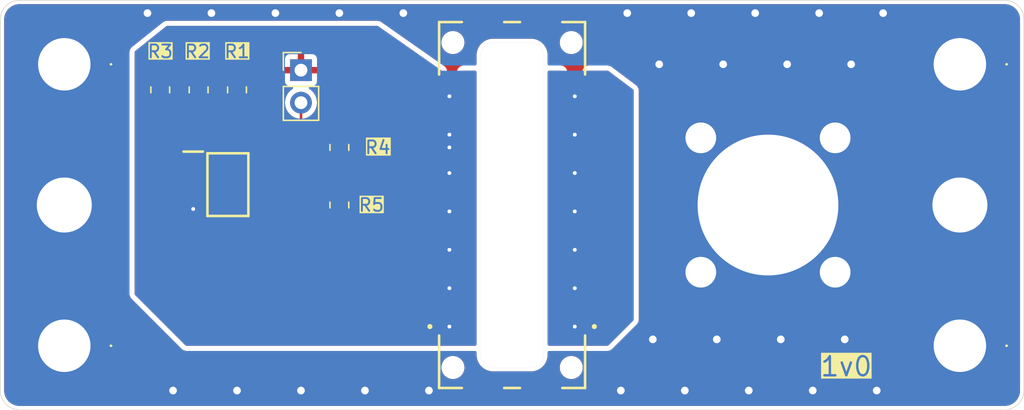
<source format=kicad_pcb>
(kicad_pcb (version 20241229) (generator "pcbnew") (generator_version "9.0")
  (layers (0 "F.Cu" signal) (2 "B.Cu" power) (13 "F.Paste" user) (15 "B.Paste" user) (5 "F.SilkS" user "F.Silkscreen") (7 "B.SilkS" user "B.Silkscreen") (1 "F.Mask" user) (3 "B.Mask" user) (25 "Edge.Cuts" user))
  (net 0 "")
  (net 1 "SCL")
  (net 4 "Vcc")
  (net 15 "SDA")
  (net 17 "GNDRF")
  (net 23 "Net-(EEPROM1-E1)")
  (net 24 "Net-(EEPROM1-~{WC})")
  (net 25 "GNDREF")
  (net 27 "Net-(EEPROM1-E2)")
  (net 29 "Net-(EEPROM1-E0)")
  (footprint "Resistor_SMD:R_0805_2012Metric_Pad1.20x1.40mm_HandSolder" (layer "F.Cu") (at 147 109 90)
    (property "Reference" "R2" (at 3 -0.1 180) (layer "F.SilkS" knockout))
    (property "Value" "0R0")
    (fp_line (start -0.227064 -0.735) (end 0.227064 -0.735) (stroke (width 0.12)) (layer "F.SilkS"))
    (fp_line (start -0.227064 0.735) (end 0.227064 0.735) (stroke (width 0.12)) (layer "F.SilkS"))
    (pad "1" smd roundrect (at -1 0 90) (size 1.2 1.4) (layers "F.Cu" "F.Mask" "F.Paste") (roundrect_rratio 0.208333) (net 23 "Net-(EEPROM1-E1)"))
    (pad "2" smd roundrect (at 1 0 90) (size 1.2 1.4) (layers "F.Cu" "F.Mask" "F.Paste") (roundrect_rratio 0.208333) (net 4 "Vcc"))
  )
  (footprint "ProjectModels:Double_SAMTEC_SAL1-120-01-XX-S-A" (layer "F.Cu") (at 171.5 118 -90)
    (property "Reference" "J1" (hide yes))
    (property "Value" "Double_SAL1-120-01-XX-S-A")
    (fp_line (start -14.3 5.705) (end -10.2 5.705) (stroke (width 0.2)) (layer "F.SilkS"))
    (fp_line (start 10.2 5.705) (end 14.3 5.705) (stroke (width 0.2)) (layer "F.SilkS"))
    (fp_line (start 14.3 5.705) (end 14.3 3.925) (stroke (width 0.2)) (layer "F.SilkS"))
    (fp_line (start -14.3 3.925) (end -14.3 5.705) (stroke (width 0.2)) (layer "F.SilkS"))
    (fp_line (start -14.3 0.62) (end -14.3 0) (stroke (width 0.2)) (layer "F.SilkS"))
    (fp_line (start 14.3 0) (end 14.3 0.62) (stroke (width 0.2)) (layer "F.SilkS"))
    (fp_line (start 14.3 0) (end 14.3 -0.62) (stroke (width 0.2)) (layer "F.SilkS"))
    (fp_line (start -14.3 -0.62) (end -14.3 0) (stroke (width 0.2)) (layer "F.SilkS"))
    (fp_line (start -14.3 -3.925) (end -14.3 -5.705) (stroke (width 0.2)) (layer "F.SilkS"))
    (fp_line (start -14.3 -5.705) (end -10.2 -5.705) (stroke (width 0.2)) (layer "F.SilkS"))
    (fp_line (start 10.2 -5.705) (end 14.3 -5.705) (stroke (width 0.2)) (layer "F.SilkS"))
    (fp_line (start 14.3 -5.705) (end 14.3 -3.925) (stroke (width 0.2)) (layer "F.SilkS"))
    (fp_circle (center 9.5 6.425) (end 9.6 6.425) (stroke (width 0.2)) (fill no) (layer "F.SilkS"))
    (fp_circle (center 9.5 -6.425) (end 9.6 -6.425) (stroke (width 0.2)) (fill no) (layer "F.SilkS"))
    (fp_line (start 11.7 2.475) (end -11.7 2.475) (stroke (width 0.01)) (layer "Edge.Cuts"))
    (fp_line (start -12.7 1.475) (end -12.7 -1.475) (stroke (width 0.01)) (layer "Edge.Cuts"))
    (fp_line (start 12.7 -1.475) (end 12.7 1.475) (stroke (width 0.01)) (layer "Edge.Cuts"))
    (fp_line (start -11.7 -2.475) (end 11.7 -2.475) (stroke (width 0.01)) (layer "Edge.Cuts"))
    (fp_arc (start -11.7 2.475) (mid -12.407107 2.182107) (end -12.7 1.475) (stroke (width 0.01)) (layer "Edge.Cuts"))
    (fp_arc (start 12.7 1.475) (mid 12.407107 2.182107) (end 11.7 2.475) (stroke (width 0.01)) (layer "Edge.Cuts"))
    (fp_arc (start -12.7 -1.475) (mid -12.407107 -2.182107) (end -11.7 -2.475) (stroke (width 0.01)) (layer "Edge.Cuts"))
    (fp_arc (start 11.7 -2.475) (mid 12.407107 -2.182107) (end 12.7 -1.475) (stroke (width 0.01)) (layer "Edge.Cuts"))
    (pad "" np_thru_hole circle (at -12.7 -4.625 270) (size 1.3 1.3) (drill 1.3) (layers "*.Cu" "*.Mask"))
    (pad "" np_thru_hole circle (at -12.7 4.625 270) (size 1.3 1.3) (drill 1.3) (layers "*.Cu" "*.Mask"))
    (pad "" np_thru_hole circle (at 12.7 -4.625 270) (size 1.3 1.3) (drill 1.3) (layers "*.Cu" "*.Mask"))
    (pad "" np_thru_hole circle (at 12.7 4.625 270) (size 1.3 1.3) (drill 1.3) (layers "*.Cu" "*.Mask"))
    (pad "1" smd rect (at -9.5 -4.9 270) (size 0.6 1.75) (layers "F.Cu" "F.Mask" "F.Paste") (net 4 "Vcc"))
    (pad "2" smd rect (at -9.5 4.9 270) (size 0.6 1.75) (layers "F.Cu" "F.Mask" "F.Paste") (net 4 "Vcc"))
    (pad "3" smd rect (at -8.5 -4.9 270) (size 0.6 1.75) (layers "F.Cu" "F.Mask" "F.Paste") (net 25 "GNDREF"))
    (pad "4" smd rect (at -8.5 4.9 270) (size 0.6 1.75) (layers "F.Cu" "F.Mask" "F.Paste") (net 25 "GNDREF"))
    (pad "5" smd rect (at -7.5 -4.9 270) (size 0.6 1.75) (layers "F.Cu" "F.Mask" "F.Paste"))
    (pad "6" smd rect (at -7.5 4.9 270) (size 0.6 1.75) (layers "F.Cu" "F.Mask" "F.Paste") (net 1 "SCL"))
    (pad "7" smd rect (at -6.5 -4.9 270) (size 0.6 1.75) (layers "F.Cu" "F.Mask" "F.Paste"))
    (pad "8" smd rect (at -6.5 4.9 270) (size 0.6 1.75) (layers "F.Cu" "F.Mask" "F.Paste") (net 15 "SDA"))
    (pad "9" smd rect (at -5.5 -4.9 270) (size 0.6 1.75) (layers "F.Cu" "F.Mask" "F.Paste") (net 25 "GNDREF"))
    (pad "10" smd rect (at -5.5 4.9 270) (size 0.6 1.75) (layers "F.Cu" "F.Mask" "F.Paste") (net 25 "GNDREF"))
    (pad "11" smd rect (at -4.5 -4.9 270) (size 0.6 1.75) (layers "F.Cu" "F.Mask" "F.Paste"))
    (pad "12" smd rect (at -4.5 4.9 270) (size 0.6 1.75) (layers "F.Cu" "F.Mask" "F.Paste") (net 25 "GNDREF"))
    (pad "13" smd rect (at -3.5 -4.9 270) (size 0.6 1.75) (layers "F.Cu" "F.Mask" "F.Paste"))
    (pad "14" smd rect (at -3.5 4.9 270) (size 0.6 1.75) (layers "F.Cu" "F.Mask" "F.Paste"))
    (pad "15" smd rect (at -2.5 -4.9 270) (size 0.6 1.75) (layers "F.Cu" "F.Mask" "F.Paste") (net 25 "GNDREF"))
    (pad "16" smd rect (at -2.5 4.9 270) (size 0.6 1.75) (layers "F.Cu" "F.Mask" "F.Paste") (net 25 "GNDREF"))
    (pad "17" smd rect (at -1.5 -4.9 270) (size 0.6 1.75) (layers "F.Cu" "F.Mask" "F.Paste"))
    (pad "18" smd rect (at -1.5 4.9 270) (size 0.6 1.75) (layers "F.Cu" "F.Mask" "F.Paste"))
    (pad "19" smd rect (at -0.5 -4.9 270) (size 0.6 1.75) (layers "F.Cu" "F.Mask" "F.Paste"))
    (pad "20" smd rect (at -0.5 4.9 270) (size 0.6 1.75) (layers "F.Cu" "F.Mask" "F.Paste"))
    (pad "21" smd rect (at 0.5 -4.9 270) (size 0.6 1.75) (layers "F.Cu" "F.Mask" "F.Paste") (net 25 "GNDREF"))
    (pad "22" smd rect (at 0.5 4.9 270) (size 0.6 1.75) (layers "F.Cu" "F.Mask" "F.Paste") (net 25 "GNDREF"))
    (pad "23" smd rect (at 1.5 -4.9 270) (size 0.6 1.75) (layers "F.Cu" "F.Mask" "F.Paste"))
    (pad "24" smd rect (at 1.5 4.9 270) (size 0.6 1.75) (layers "F.Cu" "F.Mask" "F.Paste"))
    (pad "25" smd rect (at 2.5 -4.9 270) (size 0.6 1.75) (layers "F.Cu" "F.Mask" "F.Paste"))
    (pad "26" smd rect (at 2.5 4.9 270) (size 0.6 1.75) (layers "F.Cu" "F.Mask" "F.Paste"))
    (pad "27" smd rect (at 3.5 -4.9 270) (size 0.6 1.75) (layers "F.Cu" "F.Mask" "F.Paste") (net 25 "GNDREF"))
    (pad "28" smd rect (at 3.5 4.9 270) (size 0.6 1.75) (layers "F.Cu" "F.Mask" "F.Paste") (net 25 "GNDREF"))
    (pad "29" smd rect (at 4.5 -4.9 270) (size 0.6 1.75) (layers "F.Cu" "F.Mask" "F.Paste"))
    (pad "30" smd rect (at 4.5 4.9 270) (size 0.6 1.75) (layers "F.Cu" "F.Mask" "F.Paste"))
    (pad "31" smd rect (at 5.5 -4.9 270) (size 0.6 1.75) (layers "F.Cu" "F.Mask" "F.Paste"))
    (pad "32" smd rect (at 5.5 4.9 270) (size 0.6 1.75) (layers "F.Cu" "F.Mask" "F.Paste"))
    (pad "33" smd rect (at 6.5 -4.9 270) (size 0.6 1.75) (layers "F.Cu" "F.Mask" "F.Paste") (net 25 "GNDREF"))
    (pad "34" smd rect (at 6.5 4.9 270) (size 0.6 1.75) (layers "F.Cu" "F.Mask" "F.Paste") (net 25 "GNDREF"))
    (pad "35" smd rect (at 7.5 -4.9 270) (size 0.6 1.75) (layers "F.Cu" "F.Mask" "F.Paste"))
    (pad "36" smd rect (at 7.5 4.9 270) (size 0.6 1.75) (layers "F.Cu" "F.Mask" "F.Paste"))
    (pad "37" smd rect (at 8.5 -4.9 270) (size 0.6 1.75) (layers "F.Cu" "F.Mask" "F.Paste"))
    (pad "38" smd rect (at 8.5 4.9 270) (size 0.6 1.75) (layers "F.Cu" "F.Mask" "F.Paste"))
    (pad "39" smd rect (at 9.5 -4.9 270) (size 0.6 1.75) (layers "F.Cu" "F.Mask" "F.Paste") (net 25 "GNDREF"))
    (pad "40" smd rect (at 9.5 4.9 270) (size 0.6 1.75) (layers "F.Cu" "F.Mask" "F.Paste") (net 25 "GNDREF"))
    (pad "S1" smd rect (at -13.94 -2.425 270) (size 1.72 2.2) (layers "F.Cu" "F.Mask" "F.Paste") (net 17 "GNDRF"))
    (pad "S2" smd rect (at 13.94 -2.425 270) (size 1.72 2.2) (layers "F.Cu" "F.Mask" "F.Paste") (net 17 "GNDRF"))
    (pad "S3" smd rect (at -13.94 2.425 270) (size 1.72 2.2) (layers "F.Cu" "F.Mask" "F.Paste") (net 17 "GNDRF"))
    (pad "S4" smd rect (at 13.94 2.425 270) (size 1.72 2.2) (layers "F.Cu" "F.Mask" "F.Paste") (net 17 "GNDRF"))
  )
  (footprint "Resistor_SMD:R_0805_2012Metric_Pad1.20x1.40mm_HandSolder" (layer "F.Cu") (at 158 118 -90)
    (property "Reference" "R5" (at 0 -2.5 180) (layer "F.SilkS" knockout))
    (property "Value" "10k0")
    (fp_line (start -0.227064 0.735) (end 0.227064 0.735) (stroke (width 0.12)) (layer "F.SilkS"))
    (fp_line (start -0.227064 -0.735) (end 0.227064 -0.735) (stroke (width 0.12)) (layer "F.SilkS"))
    (pad "1" smd roundrect (at -1 0 270) (size 1.2 1.4) (layers "F.Cu" "F.Mask" "F.Paste") (roundrect_rratio 0.208333) (net 15 "SDA"))
    (pad "2" smd roundrect (at 1 0 270) (size 1.2 1.4) (layers "F.Cu" "F.Mask" "F.Paste") (roundrect_rratio 0.208333) (net 4 "Vcc"))
  )
  (footprint "ProjectModels:SOIC8" (layer "F.Cu") (at 149.288 116.405)
    (property "Reference" "EEPROM1" (hide yes))
    (property "Value" "M24C01-RMN6P" (hide yes))
    (fp_line (start -3.475 -2.58) (end -1.95 -2.58) (stroke (width 0.2)) (layer "F.SilkS"))
    (fp_line (start -1.6 -2.45) (end 1.6 -2.45) (stroke (width 0.2)) (layer "F.SilkS"))
    (fp_line (start -1.6 2.45) (end -1.6 -2.45) (stroke (width 0.2)) (layer "F.SilkS"))
    (fp_line (start 1.6 -2.45) (end 1.6 2.45) (stroke (width 0.2)) (layer "F.SilkS"))
    (fp_line (start 1.6 2.45) (end -1.6 2.45) (stroke (width 0.2)) (layer "F.SilkS"))
    (pad "1" smd rect (at -2.712 -1.905 90) (size 0.65 1.525) (layers "F.Cu" "F.Mask" "F.Paste") (net 29 "Net-(EEPROM1-E0)"))
    (pad "2" smd rect (at -2.712 -0.635 90) (size 0.65 1.525) (layers "F.Cu" "F.Mask" "F.Paste") (net 23 "Net-(EEPROM1-E1)"))
    (pad "3" smd rect (at -2.712 0.635 90) (size 0.65 1.525) (layers "F.Cu" "F.Mask" "F.Paste") (net 27 "Net-(EEPROM1-E2)"))
    (pad "4" smd rect (at -2.712 1.905 90) (size 0.65 1.525) (layers "F.Cu" "F.Mask" "F.Paste") (net 25 "GNDREF"))
    (pad "5" smd rect (at 2.712 1.905 90) (size 0.65 1.525) (layers "F.Cu" "F.Mask" "F.Paste") (net 15 "SDA"))
    (pad "6" smd rect (at 2.712 0.635 90) (size 0.65 1.525) (layers "F.Cu" "F.Mask" "F.Paste") (net 1 "SCL"))
    (pad "7" smd rect (at 2.712 -0.635 90) (size 0.65 1.525) (layers "F.Cu" "F.Mask" "F.Paste") (net 24 "Net-(EEPROM1-~{WC})"))
    (pad "8" smd rect (at 2.712 -1.905 90) (size 0.65 1.525) (layers "F.Cu" "F.Mask" "F.Paste") (net 4 "Vcc"))
  )
  (footprint "ProjectModels:2239821" (layer "F.Cu") (at 206.5 107)
    (property "Reference" "J**" (hide yes))
    (property "Value" "2239821" (hide yes))
    (fp_line (start 3.6 0) (end 3.6 0) (stroke (width 0.1)) (layer "F.SilkS"))
    (fp_line (start 3.7 0) (end 3.7 0) (stroke (width 0.1)) (layer "F.SilkS"))
    (fp_arc (start 3.6 0) (mid 3.65 -0.05) (end 3.7 0) (stroke (width 0.1)) (layer "F.SilkS"))
    (fp_arc (start 3.7 0) (mid 3.65 0.05) (end 3.6 0) (stroke (width 0.1)) (layer "F.SilkS"))
    (pad "1" thru_hole circle (at 0 0) (size 6.15 6.15) (drill 4.1) (layers "*.Cu" "*.Mask") (net 17 "GNDRF"))
  )
  (footprint "" (layer "F.Cu") (at 206.5 118)
    (property "Reference" "" (at 0 0 0) (layer "F.SilkS") (effects (font (size 1.27 1.27))))
    (property "Value" "")
    (pad "1" thru_hole circle (at 0 0) (size 8.6 8.6) (drill 4.3) (layers "*.Cu" "*.Mask") (net 17 "GNDRF"))
  )
  (footprint "Connector_PinHeader_2.54mm:PinHeader_1x02_P2.54mm_Vertical" (layer "F.Cu") (at 155 107.46)
    (property "Reference" "J4" (hide yes))
    (property "Value" "Conn_01x02_Pin")
    (fp_line (start -1.38 -1.38) (end 0 -1.38) (stroke (width 0.12)) (layer "F.SilkS"))
    (fp_line (start -1.38 0) (end -1.38 -1.38) (stroke (width 0.12)) (layer "F.SilkS"))
    (fp_line (start -1.38 1.27) (end -1.38 3.92) (stroke (width 0.12)) (layer "F.SilkS"))
    (fp_line (start -1.38 1.27) (end 1.38 1.27) (stroke (width 0.12)) (layer "F.SilkS"))
    (fp_line (start -1.38 3.92) (end 1.38 3.92) (stroke (width 0.12)) (layer "F.SilkS"))
    (fp_line (start 1.38 1.27) (end 1.38 3.92) (stroke (width 0.12)) (layer "F.SilkS"))
    (pad "1" thru_hole rect (at 0 0) (size 1.7 1.7) (drill 1) (layers "*.Cu" "*.Mask") (net 4 "Vcc"))
    (pad "2" thru_hole circle (at 0 2.54) (size 1.7 1.7) (drill 1) (layers "*.Cu" "*.Mask") (net 24 "Net-(EEPROM1-~{WC})"))
  )
  (footprint "ProjectModels:2239821" (layer "F.Cu") (at 206.5 129)
    (property "Reference" "J**" (hide yes))
    (property "Value" "2239821" (hide yes))
    (fp_line (start 3.6 0) (end 3.6 0) (stroke (width 0.1)) (layer "F.SilkS"))
    (fp_line (start 3.7 0) (end 3.7 0) (stroke (width 0.1)) (layer "F.SilkS"))
    (fp_arc (start 3.6 0) (mid 3.65 -0.05) (end 3.7 0) (stroke (width 0.1)) (layer "F.SilkS"))
    (fp_arc (start 3.7 0) (mid 3.65 0.05) (end 3.6 0) (stroke (width 0.1)) (layer "F.SilkS"))
    (pad "1" thru_hole circle (at 0 0) (size 6.15 6.15) (drill 4.1) (layers "*.Cu" "*.Mask") (net 17 "GNDRF"))
  )
  (footprint "Resistor_SMD:R_0805_2012Metric_Pad1.20x1.40mm_HandSolder" (layer "F.Cu") (at 150 109 90)
    (property "Reference" "R1" (at 3 0 180) (layer "F.SilkS" knockout))
    (property "Value" "0R0")
    (fp_line (start -0.227064 -0.735) (end 0.227064 -0.735) (stroke (width 0.12)) (layer "F.SilkS"))
    (fp_line (start -0.227064 0.735) (end 0.227064 0.735) (stroke (width 0.12)) (layer "F.SilkS"))
    (pad "1" smd roundrect (at -1 0 90) (size 1.2 1.4) (layers "F.Cu" "F.Mask" "F.Paste") (roundrect_rratio 0.208333) (net 29 "Net-(EEPROM1-E0)"))
    (pad "2" smd roundrect (at 1 0 90) (size 1.2 1.4) (layers "F.Cu" "F.Mask" "F.Paste") (roundrect_rratio 0.208333) (net 4 "Vcc"))
  )
  (footprint "customLibrary:maleBNCPanel" (layer "F.Cu") (at 191.5 118)
    (property "Reference" "J3" (hide yes))
    (property "Value" "Conn_Coaxial")
    (pad "2" thru_hole circle (at -5.25 -5.25) (size 2.8 2.8) (drill 2.4) (layers "*.Cu" "*.Mask") (net 17 "GNDRF") (clearance 0))
    (pad "2" thru_hole circle (at -5.25 5.25) (size 2.8 2.8) (drill 2.4) (layers "*.Cu" "*.Mask") (net 17 "GNDRF") (clearance 0))
    (pad "2" thru_hole rect (at 0 0) (size 15 15) (drill 11) (layers "*.Cu" "*.Mask") (net 17 "GNDRF") (clearance 0))
    (pad "2" thru_hole circle (at 5.25 -5.25) (size 2.8 2.8) (drill 2.4) (layers "*.Cu" "*.Mask") (net 17 "GNDRF") (clearance 0))
    (pad "2" thru_hole circle (at 5.25 5.25) (size 2.8 2.8) (drill 2.4) (layers "*.Cu" "*.Mask") (net 17 "GNDRF") (clearance 0))
  )
  (footprint "ProjectModels:2239821" (layer "F.Cu") (at 136.5 107)
    (property "Reference" "J**" (hide yes))
    (property "Value" "2239821" (hide yes))
    (fp_line (start 3.6 0) (end 3.6 0) (stroke (width 0.1)) (layer "F.SilkS"))
    (fp_line (start 3.7 0) (end 3.7 0) (stroke (width 0.1)) (layer "F.SilkS"))
    (fp_arc (start 3.6 0) (mid 3.65 -0.05) (end 3.7 0) (stroke (width 0.1)) (layer "F.SilkS"))
    (fp_arc (start 3.7 0) (mid 3.65 0.05) (end 3.6 0) (stroke (width 0.1)) (layer "F.SilkS"))
    (pad "1" thru_hole circle (at 0 0) (size 6.15 6.15) (drill 4.1) (layers "*.Cu" "*.Mask") (net 17 "GNDRF"))
  )
  (footprint "" (layer "F.Cu") (at 136.5 118)
    (property "Reference" "" (at 0 0 0) (layer "F.SilkS") (effects (font (size 1.27 1.27))))
    (property "Value" "")
    (pad "1" thru_hole circle (at 0 0) (size 8.6 8.6) (drill 4.3) (layers "*.Cu" "*.Mask") (net 17 "GNDRF"))
  )
  (footprint "Resistor_SMD:R_0805_2012Metric_Pad1.20x1.40mm_HandSolder" (layer "F.Cu") (at 144 109 90)
    (property "Reference" "R3" (at 3 0 180) (layer "F.SilkS" knockout))
    (property "Value" "0R0")
    (fp_line (start -0.227064 -0.735) (end 0.227064 -0.735) (stroke (width 0.12)) (layer "F.SilkS"))
    (fp_line (start -0.227064 0.735) (end 0.227064 0.735) (stroke (width 0.12)) (layer "F.SilkS"))
    (pad "1" smd roundrect (at -1 0 90) (size 1.2 1.4) (layers "F.Cu" "F.Mask" "F.Paste") (roundrect_rratio 0.208333) (net 27 "Net-(EEPROM1-E2)"))
    (pad "2" smd roundrect (at 1 0 90) (size 1.2 1.4) (layers "F.Cu" "F.Mask" "F.Paste") (roundrect_rratio 0.208333) (net 4 "Vcc"))
  )
  (footprint "Resistor_SMD:R_0805_2012Metric_Pad1.20x1.40mm_HandSolder" (layer "F.Cu") (at 158 113.5 90)
    (property "Reference" "R4" (at 0 3 180) (layer "F.SilkS" knockout))
    (property "Value" "10k0")
    (fp_line (start -0.227064 -0.735) (end 0.227064 -0.735) (stroke (width 0.12)) (layer "F.SilkS"))
    (fp_line (start -0.227064 0.735) (end 0.227064 0.735) (stroke (width 0.12)) (layer "F.SilkS"))
    (pad "1" smd roundrect (at -1 0 90) (size 1.2 1.4) (layers "F.Cu" "F.Mask" "F.Paste") (roundrect_rratio 0.208333) (net 1 "SCL"))
    (pad "2" smd roundrect (at 1 0 90) (size 1.2 1.4) (layers "F.Cu" "F.Mask" "F.Paste") (roundrect_rratio 0.208333) (net 4 "Vcc"))
  )
  (footprint "ProjectModels:2239821" (layer "F.Cu") (at 136.5 129)
    (property "Reference" "J**" (hide yes))
    (property "Value" "2239821" (hide yes))
    (fp_line (start 3.6 0) (end 3.6 0) (stroke (width 0.1)) (layer "F.SilkS"))
    (fp_line (start 3.7 0) (end 3.7 0) (stroke (width 0.1)) (layer "F.SilkS"))
    (fp_arc (start 3.6 0) (mid 3.65 -0.05) (end 3.7 0) (stroke (width 0.1)) (layer "F.SilkS"))
    (fp_arc (start 3.7 0) (mid 3.65 0.05) (end 3.6 0) (stroke (width 0.1)) (layer "F.SilkS"))
    (pad "1" thru_hole circle (at 0 0) (size 6.15 6.15) (drill 4.1) (layers "*.Cu" "*.Mask") (net 17 "GNDRF"))
  )
  (gr_arc (start 133 134) (mid 131.93934 133.56066) (end 131.5 132.5) (stroke (width 0.05)) (layer "Edge.Cuts"))
  (gr_arc (start 131.5 103.5) (mid 131.93934 102.43934) (end 133 102) (stroke (width 0.05)) (layer "Edge.Cuts"))
  (gr_arc (start 210 102) (mid 211.06066 102.43934) (end 211.5 103.5) (stroke (width 0.05)) (layer "Edge.Cuts"))
  (gr_line (start 131.5 103.5) (end 131.5 132.5) (stroke (width 0.05)) (layer "Edge.Cuts"))
  (gr_arc (start 211.5 132.5) (mid 211.06066 133.56066) (end 210 134) (stroke (width 0.05)) (layer "Edge.Cuts"))
  (gr_line (start 211.5 132.5) (end 211.5 103.5) (stroke (width 0.05)) (layer "Edge.Cuts"))
  (gr_line (start 210 102) (end 133 102) (stroke (width 0.05)) (layer "Edge.Cuts"))
  (gr_line (start 133 134) (end 210 134) (stroke (width 0.05)) (layer "Edge.Cuts"))
  (gr_text "1v0" (at 195.5 131.5 0) (layer "F.SilkS" knockout) (effects (font (size 1.5 1.5) (thickness 0.1875)) (justify left bottom)))
  (segment (start 157 114.5) (end 154.46 117.04) (width 0.4) (layer "F.Cu") (net 1))
  (segment (start 164 110.5) (end 160 114.5) (width 0.4) (layer "F.Cu") (net 1))
  (segment (start 158 114.5) (end 157 114.5) (width 0.4) (layer "F.Cu") (net 1))
  (segment (start 154.46 117.04) (end 152 117.04) (width 0.4) (layer "F.Cu") (net 1))
  (segment (start 166.6 110.5) (end 164 110.5) (width 0.4) (layer "F.Cu") (net 1))
  (segment (start 160 114.5) (end 158 114.5) (width 0.4) (layer "F.Cu") (net 1))
  (segment (start 158.246908 119) (end 158 119) (width 0.6) (layer "F.Cu") (net 4))
  (segment (start 157.3 117) (end 155.99 118.31) (width 0.4) (layer "F.Cu") (net 15))
  (segment (start 158 117) (end 157.3 117) (width 0.4) (layer "F.Cu") (net 15))
  (segment (start 155.99 118.31) (end 152 118.31) (width 0.4) (layer "F.Cu") (net 15))
  (segment (start 158.972702 117) (end 158 117) (width 0.4) (layer "F.Cu") (net 15))
  (segment (start 166.6 111.5) (end 164.472702 111.5) (width 0.4) (layer "F.Cu") (net 15))
  (segment (start 164.472702 111.5) (end 158.972702 117) (width 0.4) (layer "F.Cu") (net 15))
  (via (at 155 132.5) (size 0.8) (drill 0.6) (layers "F.Cu" "B.Cu") (net 17))
  (via (at 143 103) (size 0.8) (drill 0.6) (layers "F.Cu" "B.Cu") (net 17))
  (via (at 195.5 103) (size 0.8) (drill 0.6) (layers "F.Cu" "B.Cu") (net 17))
  (via (at 183 107) (size 0.8) (drill 0.6) (layers "F.Cu" "B.Cu") (net 17))
  (via (at 150 132.5) (size 0.8) (drill 0.6) (layers "F.Cu" "B.Cu") (net 17))
  (via (at 185.5 103) (size 0.8) (drill 0.6) (layers "F.Cu" "B.Cu") (net 17))
  (via (at 163 103) (size 0.8) (drill 0.6) (layers "F.Cu" "B.Cu") (net 17))
  (via (at 187.5 128.5) (size 0.8) (drill 0.6) (layers "F.Cu" "B.Cu") (net 17))
  (via (at 188 107) (size 0.8) (drill 0.6) (layers "F.Cu" "B.Cu") (net 17))
  (via (at 185 132.5) (size 0.8) (drill 0.6) (layers "F.Cu" "B.Cu") (net 17))
  (via (at 192.5 128.5) (size 0.8) (drill 0.6) (layers "F.Cu" "B.Cu") (net 17))
  (via (at 180.5 103) (size 0.8) (drill 0.6) (layers "F.Cu" "B.Cu") (net 17))
  (via (at 190.5 103) (size 0.8) (drill 0.6) (layers "F.Cu" "B.Cu") (net 17))
  (via (at 160 132.5) (size 0.8) (drill 0.6) (layers "F.Cu" "B.Cu") (net 17))
  (via (at 190 132.5) (size 0.8) (drill 0.6) (layers "F.Cu" "B.Cu") (net 17))
  (via (at 148 103) (size 0.8) (drill 0.6) (layers "F.Cu" "B.Cu") (net 17))
  (via (at 153 103) (size 0.8) (drill 0.6) (layers "F.Cu" "B.Cu") (net 17))
  (via (at 158 103) (size 0.8) (drill 0.6) (layers "F.Cu" "B.Cu") (net 17))
  (via (at 200.5 103) (size 0.8) (drill 0.6) (layers "F.Cu" "B.Cu") (net 17))
  (via (at 165 132.5) (size 0.8) (drill 0.6) (layers "F.Cu" "B.Cu") (net 17))
  (via (at 195 132.5) (size 0.8) (drill 0.6) (layers "F.Cu" "B.Cu") (net 17))
  (via (at 145 132.5) (size 0.8) (drill 0.6) (layers "F.Cu" "B.Cu") (net 17))
  (via (at 200 132.5) (size 0.8) (drill 0.6) (layers "F.Cu" "B.Cu") (net 17))
  (via (at 180 132.5) (size 0.8) (drill 0.6) (layers "F.Cu" "B.Cu") (net 17))
  (via (at 197.5 128.5) (size 0.8) (drill 0.6) (layers "F.Cu" "B.Cu") (net 17))
  (via (at 193 107) (size 0.8) (drill 0.6) (layers "F.Cu" "B.Cu") (net 17))
  (via (at 198 107) (size 0.8) (drill 0.6) (layers "F.Cu" "B.Cu") (net 17))
  (via (at 182.5 128.5) (size 0.8) (drill 0.6) (layers "F.Cu" "B.Cu") (net 17))
  (segment (start 147 111) (end 147 110) (width 0.2) (layer "F.Cu") (net 23))
  (segment (start 146.576 115.77) (end 145.77 115.77) (width 0.2) (layer "F.Cu") (net 23))
  (segment (start 145 115) (end 145 113) (width 0.2) (layer "F.Cu") (net 23))
  (segment (start 145.77 115.77) (end 145 115) (width 0.2) (layer "F.Cu") (net 23))
  (segment (start 145 113) (end 147 111) (width 0.2) (layer "F.Cu") (net 23))
  (segment (start 152 115.77) (end 153.23 115.77) (width 0.2) (layer "F.Cu") (net 24))
  (segment (start 153.23 115.77) (end 155 114) (width 0.2) (layer "F.Cu") (net 24))
  (segment (start 155 114) (end 155 110) (width 0.2) (layer "F.Cu") (net 24))
  (via (at 166.6 118.5) (size 0.6) (drill 0.3) (layers "F.Cu" "B.Cu") (net 25))
  (via (at 176.4 121.5) (size 0.6) (drill 0.3) (layers "F.Cu" "B.Cu") (net 25))
  (via (at 176.4 124.5) (size 0.6) (drill 0.3) (layers "F.Cu" "B.Cu") (net 25))
  (via (at 166.6 124.5) (size 0.6) (drill 0.3) (layers "F.Cu" "B.Cu") (net 25))
  (via (at 166.6 112.5) (size 0.6) (drill 0.3) (layers "F.Cu" "B.Cu") (net 25))
  (via (at 176.4 118.5) (size 0.6) (drill 0.3) (layers "F.Cu" "B.Cu") (net 25))
  (via (at 166.6 109.5) (size 0.6) (drill 0.3) (layers "F.Cu" "B.Cu") (net 25))
  (via (at 176.4 115.5) (size 0.6) (drill 0.3) (layers "F.Cu" "B.Cu") (net 25))
  (via (at 166.6 121.5) (size 0.6) (drill 0.3) (layers "F.Cu" "B.Cu") (net 25))
  (via (at 166.6 113.5) (size 0.6) (drill 0.3) (layers "F.Cu" "B.Cu") (net 25))
  (via (at 176.4 109.5) (size 0.6) (drill 0.3) (layers "F.Cu" "B.Cu") (net 25))
  (via (at 176.4 112.5) (size 0.6) (drill 0.3) (layers "F.Cu" "B.Cu") (net 25))
  (via (at 166.6 115.5) (size 0.6) (drill 0.3) (layers "F.Cu" "B.Cu") (net 25))
  (via (at 146.576 118.31) (size 0.6) (drill 0.3) (layers "F.Cu" "B.Cu") (net 25))
  (via (at 166.6 127.5) (size 0.6) (drill 0.3) (layers "F.Cu" "B.Cu") (net 25))
  (via (at 176.4 127.5) (size 0.6) (drill 0.3) (layers "F.Cu" "B.Cu") (net 25))
  (segment (start 144 115.4265) (end 144 110) (width 0.2) (layer "F.Cu") (net 27))
  (segment (start 146.576 117.04) (end 145.6135 117.04) (width 0.2) (layer "F.Cu") (net 27))
  (segment (start 145.6135 117.04) (end 144 115.4265) (width 0.2) (layer "F.Cu") (net 27))
  (segment (start 146.576 114.5) (end 148.5 114.5) (width 0.2) (layer "F.Cu") (net 29))
  (segment (start 148.5 114.5) (end 150 113) (width 0.2) (layer "F.Cu") (net 29))
  (segment (start 150 113) (end 150 110) (width 0.2) (layer "F.Cu") (net 29))
  (zone (net 4) (net_name "Vcc") (layer "F.Cu") (priority 2) (connect_pads (clearance 0.3)) (min_thickness 0.25) (fill yes (thermal_gap 0.5) (thermal_bridge_width 0.5))
    (polygon (pts (xy 142 125) (xy 142 106) (xy 144.5 104) (xy 161 104) (xy 166 107.5) (xy 179 107.5) (xy 181 109) (xy 181 127) (xy 179 129) (xy 146 129)))
  )
  (zone (net 17) (net_name "GNDRF") (layers "F.Cu" "B.Cu") (connect_pads yes (clearance 0.3)) (min_thickness 0.25) (fill yes (thermal_gap 0.5) (thermal_bridge_width 0.5))
    (polygon (pts (xy 131.5 134) (xy 211.5 134) (xy 211.5 102) (xy 131.5 102)))
  )
  (zone (net 25) (net_name "GNDREF") (layer "B.Cu") (priority 1) (connect_pads no (clearance 0.3)) (min_thickness 0.25) (fill yes (thermal_gap 0.5) (thermal_bridge_width 0.5))
    (polygon (pts (xy 142 106) (xy 144.5 104) (xy 161 104) (xy 166 107.5) (xy 179 107.5) (xy 181 109) (xy 181 127) (xy 179 129) (xy 146 129) (xy 142 125)))
  )
)
</source>
